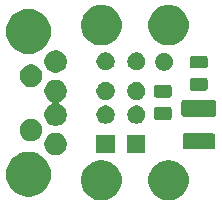
<source format=gbr>
G04 #@! TF.GenerationSoftware,KiCad,Pcbnew,(5.0.2)-1*
G04 #@! TF.CreationDate,2019-08-18T16:28:34-04:00*
G04 #@! TF.ProjectId,stacked_model3_usb,73746163-6b65-4645-9f6d-6f64656c335f,rev?*
G04 #@! TF.SameCoordinates,Original*
G04 #@! TF.FileFunction,Soldermask,Bot*
G04 #@! TF.FilePolarity,Negative*
%FSLAX46Y46*%
G04 Gerber Fmt 4.6, Leading zero omitted, Abs format (unit mm)*
G04 Created by KiCad (PCBNEW (5.0.2)-1) date 2019-08-18 4:28:34 PM*
%MOMM*%
%LPD*%
G01*
G04 APERTURE LIST*
%ADD10C,0.100000*%
G04 APERTURE END LIST*
D10*
G36*
X133908009Y-88164438D02*
X134073097Y-88197276D01*
X134201924Y-88250638D01*
X134384114Y-88326103D01*
X134664027Y-88513135D01*
X134902065Y-88751173D01*
X135089097Y-89031086D01*
X135217924Y-89342104D01*
X135283600Y-89672277D01*
X135283600Y-90008923D01*
X135217924Y-90339096D01*
X135089097Y-90650114D01*
X134902065Y-90930027D01*
X134664027Y-91168065D01*
X134384114Y-91355097D01*
X134201924Y-91430562D01*
X134073097Y-91483924D01*
X133908009Y-91516762D01*
X133742923Y-91549600D01*
X133406277Y-91549600D01*
X133076103Y-91483924D01*
X132947276Y-91430562D01*
X132765086Y-91355097D01*
X132485173Y-91168065D01*
X132247135Y-90930027D01*
X132060103Y-90650114D01*
X131931276Y-90339096D01*
X131865600Y-90008923D01*
X131865600Y-89672277D01*
X131931276Y-89342104D01*
X132060103Y-89031086D01*
X132247135Y-88751173D01*
X132485173Y-88513135D01*
X132765086Y-88326103D01*
X132947276Y-88250638D01*
X133076103Y-88197276D01*
X133241191Y-88164438D01*
X133406277Y-88131600D01*
X133742923Y-88131600D01*
X133908009Y-88164438D01*
X133908009Y-88164438D01*
G37*
G36*
X128228009Y-88164438D02*
X128393097Y-88197276D01*
X128521924Y-88250638D01*
X128704114Y-88326103D01*
X128984027Y-88513135D01*
X129222065Y-88751173D01*
X129409097Y-89031086D01*
X129537924Y-89342104D01*
X129603600Y-89672277D01*
X129603600Y-90008923D01*
X129537924Y-90339096D01*
X129409097Y-90650114D01*
X129222065Y-90930027D01*
X128984027Y-91168065D01*
X128704114Y-91355097D01*
X128521924Y-91430562D01*
X128393097Y-91483924D01*
X128228009Y-91516762D01*
X128062923Y-91549600D01*
X127726277Y-91549600D01*
X127396103Y-91483924D01*
X127267276Y-91430562D01*
X127085086Y-91355097D01*
X126805173Y-91168065D01*
X126567135Y-90930027D01*
X126380103Y-90650114D01*
X126251276Y-90339096D01*
X126185600Y-90008923D01*
X126185600Y-89672277D01*
X126251276Y-89342104D01*
X126380103Y-89031086D01*
X126567135Y-88751173D01*
X126805173Y-88513135D01*
X127085086Y-88326103D01*
X127267276Y-88250638D01*
X127396103Y-88197276D01*
X127561191Y-88164438D01*
X127726277Y-88131600D01*
X128062923Y-88131600D01*
X128228009Y-88164438D01*
X128228009Y-88164438D01*
G37*
G36*
X122092661Y-87461507D02*
X122451001Y-87570208D01*
X122781249Y-87746729D01*
X123070714Y-87984287D01*
X123308272Y-88273752D01*
X123484793Y-88604000D01*
X123593494Y-88962340D01*
X123630198Y-89335001D01*
X123593494Y-89707662D01*
X123484793Y-90066002D01*
X123308272Y-90396250D01*
X123070714Y-90685715D01*
X122781249Y-90923273D01*
X122451001Y-91099794D01*
X122092661Y-91208495D01*
X121813389Y-91236001D01*
X121626611Y-91236001D01*
X121347339Y-91208495D01*
X120988999Y-91099794D01*
X120658751Y-90923273D01*
X120369286Y-90685715D01*
X120131728Y-90396250D01*
X119955207Y-90066002D01*
X119846506Y-89707662D01*
X119809802Y-89335001D01*
X119846506Y-88962340D01*
X119955207Y-88604000D01*
X120131728Y-88273752D01*
X120369286Y-87984287D01*
X120658751Y-87746729D01*
X120988999Y-87570208D01*
X121347339Y-87461507D01*
X121626611Y-87434001D01*
X121813389Y-87434001D01*
X122092661Y-87461507D01*
X122092661Y-87461507D01*
G37*
G36*
X124297396Y-85870547D02*
X124470466Y-85942235D01*
X124626230Y-86046313D01*
X124758688Y-86178771D01*
X124862766Y-86334535D01*
X124934454Y-86507605D01*
X124971000Y-86691334D01*
X124971000Y-86878668D01*
X124934454Y-87062397D01*
X124862766Y-87235467D01*
X124758688Y-87391231D01*
X124626230Y-87523689D01*
X124470466Y-87627767D01*
X124297396Y-87699455D01*
X124113667Y-87736001D01*
X123926333Y-87736001D01*
X123742604Y-87699455D01*
X123569534Y-87627767D01*
X123413770Y-87523689D01*
X123281312Y-87391231D01*
X123177234Y-87235467D01*
X123105546Y-87062397D01*
X123069000Y-86878668D01*
X123069000Y-86691334D01*
X123105546Y-86507605D01*
X123177234Y-86334535D01*
X123281312Y-86178771D01*
X123413770Y-86046313D01*
X123569534Y-85942235D01*
X123742604Y-85870547D01*
X123926333Y-85834001D01*
X124113667Y-85834001D01*
X124297396Y-85870547D01*
X124297396Y-85870547D01*
G37*
G36*
X131629600Y-87535600D02*
X130099600Y-87535600D01*
X130099600Y-86005600D01*
X131629600Y-86005600D01*
X131629600Y-87535600D01*
X131629600Y-87535600D01*
G37*
G36*
X129009600Y-87535600D02*
X127479600Y-87535600D01*
X127479600Y-86005600D01*
X129009600Y-86005600D01*
X129009600Y-87535600D01*
X129009600Y-87535600D01*
G37*
G36*
X137362604Y-85869847D02*
X137399145Y-85880932D01*
X137432820Y-85898931D01*
X137462341Y-85923159D01*
X137486569Y-85952680D01*
X137504568Y-85986355D01*
X137515653Y-86022896D01*
X137520000Y-86067038D01*
X137520000Y-87015962D01*
X137515653Y-87060104D01*
X137504568Y-87096645D01*
X137486569Y-87130320D01*
X137462341Y-87159841D01*
X137432820Y-87184069D01*
X137399145Y-87202068D01*
X137362604Y-87213153D01*
X137318462Y-87217500D01*
X134969538Y-87217500D01*
X134925396Y-87213153D01*
X134888855Y-87202068D01*
X134855180Y-87184069D01*
X134825659Y-87159841D01*
X134801431Y-87130320D01*
X134783432Y-87096645D01*
X134772347Y-87060104D01*
X134768000Y-87015962D01*
X134768000Y-86067038D01*
X134772347Y-86022896D01*
X134783432Y-85986355D01*
X134801431Y-85952680D01*
X134825659Y-85923159D01*
X134855180Y-85898931D01*
X134888855Y-85880932D01*
X134925396Y-85869847D01*
X134969538Y-85865500D01*
X137318462Y-85865500D01*
X137362604Y-85869847D01*
X137362604Y-85869847D01*
G37*
G36*
X122197396Y-84670547D02*
X122370466Y-84742235D01*
X122526230Y-84846313D01*
X122658688Y-84978771D01*
X122762766Y-85134535D01*
X122834454Y-85307605D01*
X122871000Y-85491334D01*
X122871000Y-85678668D01*
X122834454Y-85862397D01*
X122762766Y-86035467D01*
X122658688Y-86191231D01*
X122526230Y-86323689D01*
X122370466Y-86427767D01*
X122197396Y-86499455D01*
X122013667Y-86536001D01*
X121826333Y-86536001D01*
X121642604Y-86499455D01*
X121469534Y-86427767D01*
X121313770Y-86323689D01*
X121181312Y-86191231D01*
X121077234Y-86035467D01*
X121005546Y-85862397D01*
X120969000Y-85678668D01*
X120969000Y-85491334D01*
X121005546Y-85307605D01*
X121077234Y-85134535D01*
X121181312Y-84978771D01*
X121313770Y-84846313D01*
X121469534Y-84742235D01*
X121642604Y-84670547D01*
X121826333Y-84634001D01*
X122013667Y-84634001D01*
X122197396Y-84670547D01*
X122197396Y-84670547D01*
G37*
G36*
X124297396Y-81370547D02*
X124470466Y-81442235D01*
X124626230Y-81546313D01*
X124758688Y-81678771D01*
X124862766Y-81834535D01*
X124934454Y-82007605D01*
X124971000Y-82191334D01*
X124971000Y-82378668D01*
X124934454Y-82562397D01*
X124862766Y-82735467D01*
X124758688Y-82891231D01*
X124626230Y-83023689D01*
X124470466Y-83127767D01*
X124369675Y-83169516D01*
X124348064Y-83181067D01*
X124329122Y-83196613D01*
X124313576Y-83215555D01*
X124302025Y-83237165D01*
X124294912Y-83260615D01*
X124292510Y-83285001D01*
X124294912Y-83309387D01*
X124302025Y-83332836D01*
X124313576Y-83354447D01*
X124329122Y-83373389D01*
X124348064Y-83388935D01*
X124369675Y-83400486D01*
X124470466Y-83442235D01*
X124626230Y-83546313D01*
X124758688Y-83678771D01*
X124862766Y-83834535D01*
X124934454Y-84007605D01*
X124971000Y-84191334D01*
X124971000Y-84378668D01*
X124934454Y-84562397D01*
X124862766Y-84735467D01*
X124758688Y-84891231D01*
X124626230Y-85023689D01*
X124470466Y-85127767D01*
X124297396Y-85199455D01*
X124113667Y-85236001D01*
X123926333Y-85236001D01*
X123742604Y-85199455D01*
X123569534Y-85127767D01*
X123413770Y-85023689D01*
X123281312Y-84891231D01*
X123177234Y-84735467D01*
X123105546Y-84562397D01*
X123069000Y-84378668D01*
X123069000Y-84191334D01*
X123105546Y-84007605D01*
X123177234Y-83834535D01*
X123281312Y-83678771D01*
X123413770Y-83546313D01*
X123569534Y-83442235D01*
X123670325Y-83400486D01*
X123691936Y-83388935D01*
X123710878Y-83373389D01*
X123726424Y-83354447D01*
X123737975Y-83332837D01*
X123745088Y-83309387D01*
X123747490Y-83285001D01*
X123745088Y-83260615D01*
X123737975Y-83237166D01*
X123726424Y-83215555D01*
X123710878Y-83196613D01*
X123691936Y-83181067D01*
X123670325Y-83169516D01*
X123569534Y-83127767D01*
X123413770Y-83023689D01*
X123281312Y-82891231D01*
X123177234Y-82735467D01*
X123105546Y-82562397D01*
X123069000Y-82378668D01*
X123069000Y-82191334D01*
X123105546Y-82007605D01*
X123177234Y-81834535D01*
X123281312Y-81678771D01*
X123413770Y-81546313D01*
X123569534Y-81442235D01*
X123742604Y-81370547D01*
X123926333Y-81334001D01*
X124113667Y-81334001D01*
X124297396Y-81370547D01*
X124297396Y-81370547D01*
G37*
G36*
X128467742Y-83534998D02*
X128606964Y-83592665D01*
X128732259Y-83676385D01*
X128838815Y-83782941D01*
X128922535Y-83908236D01*
X128980202Y-84047458D01*
X129009600Y-84195254D01*
X129009600Y-84345946D01*
X128980202Y-84493742D01*
X128922535Y-84632964D01*
X128838815Y-84758259D01*
X128732259Y-84864815D01*
X128606964Y-84948535D01*
X128467742Y-85006202D01*
X128319946Y-85035600D01*
X128169254Y-85035600D01*
X128021458Y-85006202D01*
X127882236Y-84948535D01*
X127756941Y-84864815D01*
X127650385Y-84758259D01*
X127566665Y-84632964D01*
X127508998Y-84493742D01*
X127479600Y-84345946D01*
X127479600Y-84195254D01*
X127508998Y-84047458D01*
X127566665Y-83908236D01*
X127650385Y-83782941D01*
X127756941Y-83676385D01*
X127882236Y-83592665D01*
X128021458Y-83534998D01*
X128169254Y-83505600D01*
X128319946Y-83505600D01*
X128467742Y-83534998D01*
X128467742Y-83534998D01*
G37*
G36*
X131087742Y-83534998D02*
X131226964Y-83592665D01*
X131352259Y-83676385D01*
X131458815Y-83782941D01*
X131542535Y-83908236D01*
X131600202Y-84047458D01*
X131629600Y-84195254D01*
X131629600Y-84345946D01*
X131600202Y-84493742D01*
X131542535Y-84632964D01*
X131458815Y-84758259D01*
X131352259Y-84864815D01*
X131226964Y-84948535D01*
X131087742Y-85006202D01*
X130939946Y-85035600D01*
X130789254Y-85035600D01*
X130641458Y-85006202D01*
X130502236Y-84948535D01*
X130376941Y-84864815D01*
X130270385Y-84758259D01*
X130186665Y-84632964D01*
X130128998Y-84493742D01*
X130099600Y-84345946D01*
X130099600Y-84195254D01*
X130128998Y-84047458D01*
X130186665Y-83908236D01*
X130270385Y-83782941D01*
X130376941Y-83676385D01*
X130502236Y-83592665D01*
X130641458Y-83534998D01*
X130789254Y-83505600D01*
X130939946Y-83505600D01*
X131087742Y-83534998D01*
X131087742Y-83534998D01*
G37*
G36*
X133680466Y-83637065D02*
X133719137Y-83648796D01*
X133754779Y-83667848D01*
X133786017Y-83693483D01*
X133811652Y-83724721D01*
X133830704Y-83760363D01*
X133842435Y-83799034D01*
X133847000Y-83845388D01*
X133847000Y-84496612D01*
X133842435Y-84542966D01*
X133830704Y-84581637D01*
X133811652Y-84617279D01*
X133786017Y-84648517D01*
X133754779Y-84674152D01*
X133719137Y-84693204D01*
X133680466Y-84704935D01*
X133634112Y-84709500D01*
X132557888Y-84709500D01*
X132511534Y-84704935D01*
X132472863Y-84693204D01*
X132437221Y-84674152D01*
X132405983Y-84648517D01*
X132380348Y-84617279D01*
X132361296Y-84581637D01*
X132349565Y-84542966D01*
X132345000Y-84496612D01*
X132345000Y-83845388D01*
X132349565Y-83799034D01*
X132361296Y-83760363D01*
X132380348Y-83724721D01*
X132405983Y-83693483D01*
X132437221Y-83667848D01*
X132472863Y-83648796D01*
X132511534Y-83637065D01*
X132557888Y-83632500D01*
X133634112Y-83632500D01*
X133680466Y-83637065D01*
X133680466Y-83637065D01*
G37*
G36*
X137446504Y-83020232D02*
X137486799Y-83032455D01*
X137523935Y-83052305D01*
X137556483Y-83079017D01*
X137583195Y-83111565D01*
X137603045Y-83148701D01*
X137615268Y-83188996D01*
X137620000Y-83237041D01*
X137620000Y-84245959D01*
X137615268Y-84294004D01*
X137603045Y-84334299D01*
X137583195Y-84371435D01*
X137556483Y-84403983D01*
X137523935Y-84430695D01*
X137486799Y-84450545D01*
X137446504Y-84462768D01*
X137398459Y-84467500D01*
X134889541Y-84467500D01*
X134841496Y-84462768D01*
X134801201Y-84450545D01*
X134764065Y-84430695D01*
X134731517Y-84403983D01*
X134704805Y-84371435D01*
X134684955Y-84334299D01*
X134672732Y-84294004D01*
X134668000Y-84245959D01*
X134668000Y-83237041D01*
X134672732Y-83188996D01*
X134684955Y-83148701D01*
X134704805Y-83111565D01*
X134731517Y-83079017D01*
X134764065Y-83052305D01*
X134801201Y-83032455D01*
X134841496Y-83020232D01*
X134889541Y-83015500D01*
X137398459Y-83015500D01*
X137446504Y-83020232D01*
X137446504Y-83020232D01*
G37*
G36*
X131087742Y-81534998D02*
X131226964Y-81592665D01*
X131352259Y-81676385D01*
X131458815Y-81782941D01*
X131542535Y-81908236D01*
X131600202Y-82047458D01*
X131629600Y-82195254D01*
X131629600Y-82345946D01*
X131600202Y-82493742D01*
X131542535Y-82632964D01*
X131458815Y-82758259D01*
X131352259Y-82864815D01*
X131226964Y-82948535D01*
X131087742Y-83006202D01*
X130939946Y-83035600D01*
X130789254Y-83035600D01*
X130641458Y-83006202D01*
X130502236Y-82948535D01*
X130376941Y-82864815D01*
X130270385Y-82758259D01*
X130186665Y-82632964D01*
X130128998Y-82493742D01*
X130099600Y-82345946D01*
X130099600Y-82195254D01*
X130128998Y-82047458D01*
X130186665Y-81908236D01*
X130270385Y-81782941D01*
X130376941Y-81676385D01*
X130502236Y-81592665D01*
X130641458Y-81534998D01*
X130789254Y-81505600D01*
X130939946Y-81505600D01*
X131087742Y-81534998D01*
X131087742Y-81534998D01*
G37*
G36*
X128467742Y-81534998D02*
X128606964Y-81592665D01*
X128732259Y-81676385D01*
X128838815Y-81782941D01*
X128922535Y-81908236D01*
X128980202Y-82047458D01*
X129009600Y-82195254D01*
X129009600Y-82345946D01*
X128980202Y-82493742D01*
X128922535Y-82632964D01*
X128838815Y-82758259D01*
X128732259Y-82864815D01*
X128606964Y-82948535D01*
X128467742Y-83006202D01*
X128319946Y-83035600D01*
X128169254Y-83035600D01*
X128021458Y-83006202D01*
X127882236Y-82948535D01*
X127756941Y-82864815D01*
X127650385Y-82758259D01*
X127566665Y-82632964D01*
X127508998Y-82493742D01*
X127479600Y-82345946D01*
X127479600Y-82195254D01*
X127508998Y-82047458D01*
X127566665Y-81908236D01*
X127650385Y-81782941D01*
X127756941Y-81676385D01*
X127882236Y-81592665D01*
X128021458Y-81534998D01*
X128169254Y-81505600D01*
X128319946Y-81505600D01*
X128467742Y-81534998D01*
X128467742Y-81534998D01*
G37*
G36*
X133680466Y-81762065D02*
X133719137Y-81773796D01*
X133754779Y-81792848D01*
X133786017Y-81818483D01*
X133811652Y-81849721D01*
X133830704Y-81885363D01*
X133842435Y-81924034D01*
X133847000Y-81970388D01*
X133847000Y-82621612D01*
X133842435Y-82667966D01*
X133830704Y-82706637D01*
X133811652Y-82742279D01*
X133786017Y-82773517D01*
X133754779Y-82799152D01*
X133719137Y-82818204D01*
X133680466Y-82829935D01*
X133634112Y-82834500D01*
X132557888Y-82834500D01*
X132511534Y-82829935D01*
X132472863Y-82818204D01*
X132437221Y-82799152D01*
X132405983Y-82773517D01*
X132380348Y-82742279D01*
X132361296Y-82706637D01*
X132349565Y-82667966D01*
X132345000Y-82621612D01*
X132345000Y-81970388D01*
X132349565Y-81924034D01*
X132361296Y-81885363D01*
X132380348Y-81849721D01*
X132405983Y-81818483D01*
X132437221Y-81792848D01*
X132472863Y-81773796D01*
X132511534Y-81762065D01*
X132557888Y-81757500D01*
X133634112Y-81757500D01*
X133680466Y-81762065D01*
X133680466Y-81762065D01*
G37*
G36*
X136728466Y-81175565D02*
X136767137Y-81187296D01*
X136802779Y-81206348D01*
X136834017Y-81231983D01*
X136859652Y-81263221D01*
X136878704Y-81298863D01*
X136890435Y-81337534D01*
X136895000Y-81383888D01*
X136895000Y-82035112D01*
X136890435Y-82081466D01*
X136878704Y-82120137D01*
X136859652Y-82155779D01*
X136834017Y-82187017D01*
X136802779Y-82212652D01*
X136767137Y-82231704D01*
X136728466Y-82243435D01*
X136682112Y-82248000D01*
X135605888Y-82248000D01*
X135559534Y-82243435D01*
X135520863Y-82231704D01*
X135485221Y-82212652D01*
X135453983Y-82187017D01*
X135428348Y-82155779D01*
X135409296Y-82120137D01*
X135397565Y-82081466D01*
X135393000Y-82035112D01*
X135393000Y-81383888D01*
X135397565Y-81337534D01*
X135409296Y-81298863D01*
X135428348Y-81263221D01*
X135453983Y-81231983D01*
X135485221Y-81206348D01*
X135520863Y-81187296D01*
X135559534Y-81175565D01*
X135605888Y-81171000D01*
X136682112Y-81171000D01*
X136728466Y-81175565D01*
X136728466Y-81175565D01*
G37*
G36*
X122197396Y-80070547D02*
X122370466Y-80142235D01*
X122526230Y-80246313D01*
X122658688Y-80378771D01*
X122762766Y-80534535D01*
X122834454Y-80707605D01*
X122871000Y-80891334D01*
X122871000Y-81078668D01*
X122834454Y-81262397D01*
X122762766Y-81435467D01*
X122658688Y-81591231D01*
X122526230Y-81723689D01*
X122370466Y-81827767D01*
X122197396Y-81899455D01*
X122013667Y-81936001D01*
X121826333Y-81936001D01*
X121642604Y-81899455D01*
X121469534Y-81827767D01*
X121313770Y-81723689D01*
X121181312Y-81591231D01*
X121077234Y-81435467D01*
X121005546Y-81262397D01*
X120969000Y-81078668D01*
X120969000Y-80891334D01*
X121005546Y-80707605D01*
X121077234Y-80534535D01*
X121181312Y-80378771D01*
X121313770Y-80246313D01*
X121469534Y-80142235D01*
X121642604Y-80070547D01*
X121826333Y-80034001D01*
X122013667Y-80034001D01*
X122197396Y-80070547D01*
X122197396Y-80070547D01*
G37*
G36*
X124297396Y-78870547D02*
X124470466Y-78942235D01*
X124626230Y-79046313D01*
X124758688Y-79178771D01*
X124862766Y-79334535D01*
X124934454Y-79507605D01*
X124971000Y-79691334D01*
X124971000Y-79878668D01*
X124934454Y-80062397D01*
X124862766Y-80235467D01*
X124758688Y-80391231D01*
X124626230Y-80523689D01*
X124470466Y-80627767D01*
X124297396Y-80699455D01*
X124113667Y-80736001D01*
X123926333Y-80736001D01*
X123742604Y-80699455D01*
X123569534Y-80627767D01*
X123413770Y-80523689D01*
X123281312Y-80391231D01*
X123177234Y-80235467D01*
X123105546Y-80062397D01*
X123069000Y-79878668D01*
X123069000Y-79691334D01*
X123105546Y-79507605D01*
X123177234Y-79334535D01*
X123281312Y-79178771D01*
X123413770Y-79046313D01*
X123569534Y-78942235D01*
X123742604Y-78870547D01*
X123926333Y-78834001D01*
X124113667Y-78834001D01*
X124297396Y-78870547D01*
X124297396Y-78870547D01*
G37*
G36*
X133332004Y-79060544D02*
X133419059Y-79077860D01*
X133555732Y-79134472D01*
X133677079Y-79215554D01*
X133678738Y-79216662D01*
X133783338Y-79321262D01*
X133783340Y-79321265D01*
X133865528Y-79444268D01*
X133922140Y-79580941D01*
X133939456Y-79667996D01*
X133951000Y-79726031D01*
X133951000Y-79873969D01*
X133950065Y-79878668D01*
X133922140Y-80019059D01*
X133865528Y-80155732D01*
X133831413Y-80206788D01*
X133783338Y-80278738D01*
X133678738Y-80383338D01*
X133678735Y-80383340D01*
X133555732Y-80465528D01*
X133419059Y-80522140D01*
X133332004Y-80539456D01*
X133273969Y-80551000D01*
X133126031Y-80551000D01*
X133067996Y-80539456D01*
X132980941Y-80522140D01*
X132844268Y-80465528D01*
X132721265Y-80383340D01*
X132721262Y-80383338D01*
X132616662Y-80278738D01*
X132568587Y-80206788D01*
X132534472Y-80155732D01*
X132477860Y-80019059D01*
X132449935Y-79878668D01*
X132449000Y-79873969D01*
X132449000Y-79726031D01*
X132460544Y-79667996D01*
X132477860Y-79580941D01*
X132534472Y-79444268D01*
X132616660Y-79321265D01*
X132616662Y-79321262D01*
X132721262Y-79216662D01*
X132722921Y-79215554D01*
X132844268Y-79134472D01*
X132980941Y-79077860D01*
X133067996Y-79060544D01*
X133126031Y-79049000D01*
X133273969Y-79049000D01*
X133332004Y-79060544D01*
X133332004Y-79060544D01*
G37*
G36*
X131087742Y-79034998D02*
X131226964Y-79092665D01*
X131352259Y-79176385D01*
X131458815Y-79282941D01*
X131542535Y-79408236D01*
X131600202Y-79547458D01*
X131629600Y-79695254D01*
X131629600Y-79845946D01*
X131600202Y-79993742D01*
X131542535Y-80132964D01*
X131458815Y-80258259D01*
X131352259Y-80364815D01*
X131226964Y-80448535D01*
X131087742Y-80506202D01*
X130939946Y-80535600D01*
X130789254Y-80535600D01*
X130641458Y-80506202D01*
X130502236Y-80448535D01*
X130376941Y-80364815D01*
X130270385Y-80258259D01*
X130186665Y-80132964D01*
X130128998Y-79993742D01*
X130099600Y-79845946D01*
X130099600Y-79695254D01*
X130128998Y-79547458D01*
X130186665Y-79408236D01*
X130270385Y-79282941D01*
X130376941Y-79176385D01*
X130502236Y-79092665D01*
X130641458Y-79034998D01*
X130789254Y-79005600D01*
X130939946Y-79005600D01*
X131087742Y-79034998D01*
X131087742Y-79034998D01*
G37*
G36*
X128467742Y-79034998D02*
X128606964Y-79092665D01*
X128732259Y-79176385D01*
X128838815Y-79282941D01*
X128922535Y-79408236D01*
X128980202Y-79547458D01*
X129009600Y-79695254D01*
X129009600Y-79845946D01*
X128980202Y-79993742D01*
X128922535Y-80132964D01*
X128838815Y-80258259D01*
X128732259Y-80364815D01*
X128606964Y-80448535D01*
X128467742Y-80506202D01*
X128319946Y-80535600D01*
X128169254Y-80535600D01*
X128021458Y-80506202D01*
X127882236Y-80448535D01*
X127756941Y-80364815D01*
X127650385Y-80258259D01*
X127566665Y-80132964D01*
X127508998Y-79993742D01*
X127479600Y-79845946D01*
X127479600Y-79695254D01*
X127508998Y-79547458D01*
X127566665Y-79408236D01*
X127650385Y-79282941D01*
X127756941Y-79176385D01*
X127882236Y-79092665D01*
X128021458Y-79034998D01*
X128169254Y-79005600D01*
X128319946Y-79005600D01*
X128467742Y-79034998D01*
X128467742Y-79034998D01*
G37*
G36*
X136728466Y-79300565D02*
X136767137Y-79312296D01*
X136802779Y-79331348D01*
X136834017Y-79356983D01*
X136859652Y-79388221D01*
X136878704Y-79423863D01*
X136890435Y-79462534D01*
X136895000Y-79508888D01*
X136895000Y-80160112D01*
X136890435Y-80206466D01*
X136878704Y-80245137D01*
X136859652Y-80280779D01*
X136834017Y-80312017D01*
X136802779Y-80337652D01*
X136767137Y-80356704D01*
X136728466Y-80368435D01*
X136682112Y-80373000D01*
X135605888Y-80373000D01*
X135559534Y-80368435D01*
X135520863Y-80356704D01*
X135485221Y-80337652D01*
X135453983Y-80312017D01*
X135428348Y-80280779D01*
X135409296Y-80245137D01*
X135397565Y-80206466D01*
X135393000Y-80160112D01*
X135393000Y-79508888D01*
X135397565Y-79462534D01*
X135409296Y-79423863D01*
X135428348Y-79388221D01*
X135453983Y-79356983D01*
X135485221Y-79331348D01*
X135520863Y-79312296D01*
X135559534Y-79300565D01*
X135605888Y-79296000D01*
X136682112Y-79296000D01*
X136728466Y-79300565D01*
X136728466Y-79300565D01*
G37*
G36*
X122092661Y-75361507D02*
X122451001Y-75470208D01*
X122781249Y-75646729D01*
X123070714Y-75884287D01*
X123308272Y-76173752D01*
X123484793Y-76504000D01*
X123593494Y-76862340D01*
X123630198Y-77235001D01*
X123593494Y-77607662D01*
X123484793Y-77966002D01*
X123308272Y-78296250D01*
X123070714Y-78585715D01*
X122781249Y-78823273D01*
X122451001Y-78999794D01*
X122092661Y-79108495D01*
X121813389Y-79136001D01*
X121626611Y-79136001D01*
X121347339Y-79108495D01*
X120988999Y-78999794D01*
X120658751Y-78823273D01*
X120369286Y-78585715D01*
X120131728Y-78296250D01*
X119955207Y-77966002D01*
X119846506Y-77607662D01*
X119809802Y-77235001D01*
X119846506Y-76862340D01*
X119955207Y-76504000D01*
X120131728Y-76173752D01*
X120369286Y-75884287D01*
X120658751Y-75646729D01*
X120988999Y-75470208D01*
X121347339Y-75361507D01*
X121626611Y-75334001D01*
X121813389Y-75334001D01*
X122092661Y-75361507D01*
X122092661Y-75361507D01*
G37*
G36*
X133908009Y-75024438D02*
X134073097Y-75057276D01*
X134201924Y-75110638D01*
X134384114Y-75186103D01*
X134664027Y-75373135D01*
X134902065Y-75611173D01*
X135089097Y-75891086D01*
X135164562Y-76073276D01*
X135206181Y-76173752D01*
X135217924Y-76202104D01*
X135283600Y-76532277D01*
X135283600Y-76868923D01*
X135217924Y-77199096D01*
X135089097Y-77510114D01*
X134902065Y-77790027D01*
X134664027Y-78028065D01*
X134384114Y-78215097D01*
X134201924Y-78290562D01*
X134073097Y-78343924D01*
X133742923Y-78409600D01*
X133406277Y-78409600D01*
X133076103Y-78343924D01*
X132947276Y-78290562D01*
X132765086Y-78215097D01*
X132485173Y-78028065D01*
X132247135Y-77790027D01*
X132060103Y-77510114D01*
X131931276Y-77199096D01*
X131865600Y-76868923D01*
X131865600Y-76532277D01*
X131931276Y-76202104D01*
X131943020Y-76173752D01*
X131984638Y-76073276D01*
X132060103Y-75891086D01*
X132247135Y-75611173D01*
X132485173Y-75373135D01*
X132765086Y-75186103D01*
X132947276Y-75110638D01*
X133076103Y-75057276D01*
X133241191Y-75024438D01*
X133406277Y-74991600D01*
X133742923Y-74991600D01*
X133908009Y-75024438D01*
X133908009Y-75024438D01*
G37*
G36*
X128228009Y-75024438D02*
X128393097Y-75057276D01*
X128521924Y-75110638D01*
X128704114Y-75186103D01*
X128984027Y-75373135D01*
X129222065Y-75611173D01*
X129409097Y-75891086D01*
X129484562Y-76073276D01*
X129526181Y-76173752D01*
X129537924Y-76202104D01*
X129603600Y-76532277D01*
X129603600Y-76868923D01*
X129537924Y-77199096D01*
X129409097Y-77510114D01*
X129222065Y-77790027D01*
X128984027Y-78028065D01*
X128704114Y-78215097D01*
X128521924Y-78290562D01*
X128393097Y-78343924D01*
X128062923Y-78409600D01*
X127726277Y-78409600D01*
X127396103Y-78343924D01*
X127267276Y-78290562D01*
X127085086Y-78215097D01*
X126805173Y-78028065D01*
X126567135Y-77790027D01*
X126380103Y-77510114D01*
X126251276Y-77199096D01*
X126185600Y-76868923D01*
X126185600Y-76532277D01*
X126251276Y-76202104D01*
X126263020Y-76173752D01*
X126304638Y-76073276D01*
X126380103Y-75891086D01*
X126567135Y-75611173D01*
X126805173Y-75373135D01*
X127085086Y-75186103D01*
X127267276Y-75110638D01*
X127396103Y-75057276D01*
X127561191Y-75024438D01*
X127726277Y-74991600D01*
X128062923Y-74991600D01*
X128228009Y-75024438D01*
X128228009Y-75024438D01*
G37*
M02*

</source>
